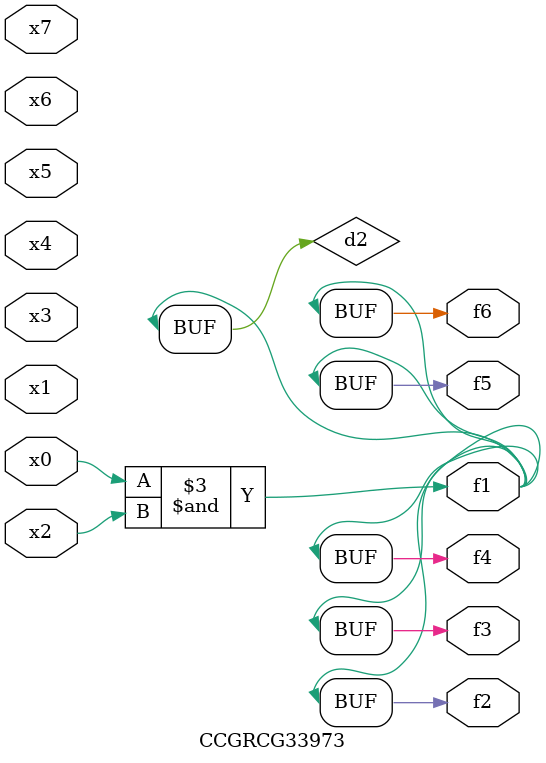
<source format=v>
module CCGRCG33973(
	input x0, x1, x2, x3, x4, x5, x6, x7,
	output f1, f2, f3, f4, f5, f6
);

	wire d1, d2;

	nor (d1, x3, x6);
	and (d2, x0, x2);
	assign f1 = d2;
	assign f2 = d2;
	assign f3 = d2;
	assign f4 = d2;
	assign f5 = d2;
	assign f6 = d2;
endmodule

</source>
